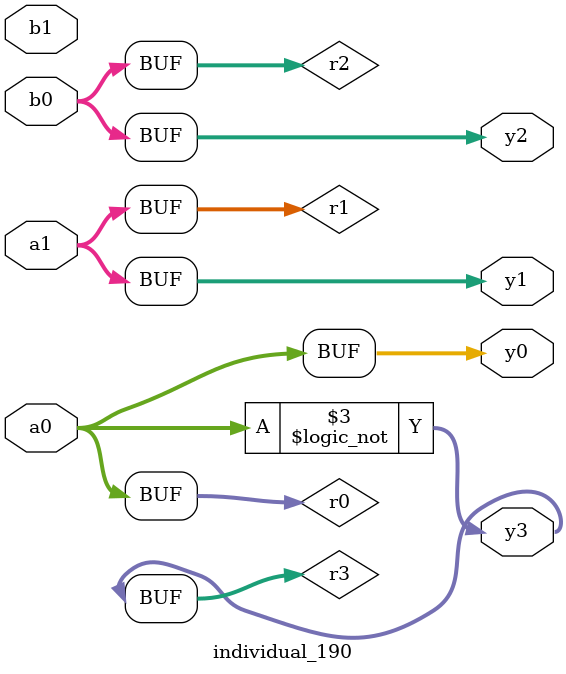
<source format=sv>
module individual_190(input logic [15:0] a1, input logic [15:0] a0, input logic [15:0] b1, input logic [15:0] b0, output logic [15:0] y3, output logic [15:0] y2, output logic [15:0] y1, output logic [15:0] y0);
logic [15:0] r0, r1, r2, r3; 
 always@(*) begin 
	 r0 = a0; r1 = a1; r2 = b0; r3 = b1; 
 	 r3  |=  r3 ;
 	 r3 = ! r0 ;
 	 y3 = r3; y2 = r2; y1 = r1; y0 = r0; 
end
endmodule
</source>
